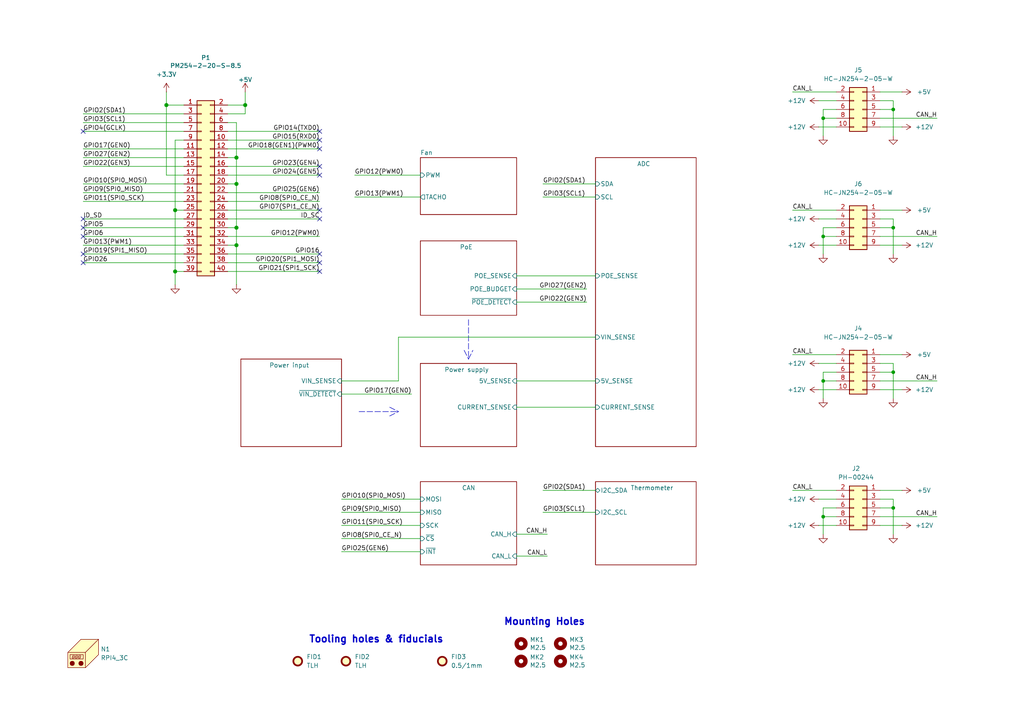
<source format=kicad_sch>
(kicad_sch (version 20231120) (generator "eeschema") (generator_version "8.0")
  (paper "A4")
  (title_block (title "Interface shield") (date "2024-06-04") (rev "${VERSION}") (company "TrendBit s.r.o.") (comment 1 "Designed by: Petr Malaník"))
  (lib_symbols
    (symbol "Connector_Generic:Conn_02x05_Odd_Even" (pin_names (offset 1.016) hide)
      (property "Reference" "J" (at 1.27 7.62 0))
      (property "Value" "Conn_02x05_Odd_Even" (at 1.27 -7.62 0))
      (symbol "Conn_02x05_Odd_Even_1_1"
        (rectangle (start -1.27 -4.953) (end 0 -5.207) (stroke (width 0.1524)))
        (rectangle (start -1.27 -2.413) (end 0 -2.667) (stroke (width 0.1524)))
        (rectangle (start -1.27 0.127) (end 0 -0.127) (stroke (width 0.1524)))
        (rectangle (start -1.27 2.667) (end 0 2.413) (stroke (width 0.1524)))
        (rectangle (start -1.27 5.207) (end 0 4.953) (stroke (width 0.1524)))
        (rectangle (start -1.27 6.35) (end 3.81 -6.35) (stroke (width 0.254)) (fill (type background)))
        (rectangle (start 3.81 -4.953) (end 2.54 -5.207) (stroke (width 0.1524)))
        (rectangle (start 3.81 -2.413) (end 2.54 -2.667) (stroke (width 0.1524)))
        (rectangle (start 3.81 0.127) (end 2.54 -0.127) (stroke (width 0.1524)))
        (rectangle (start 3.81 2.667) (end 2.54 2.413) (stroke (width 0.1524)))
        (rectangle (start 3.81 5.207) (end 2.54 4.953) (stroke (width 0.1524)))
        (pin passive line (at -5.08 5.08 0) (length 3.81) (name "Pin_1") (number "1"))
        (pin passive line (at 7.62 -5.08 180) (length 3.81) (name "Pin_10") (number "10"))
        (pin passive line (at 7.62 5.08 180) (length 3.81) (name "Pin_2") (number "2"))
        (pin passive line (at -5.08 2.54 0) (length 3.81) (name "Pin_3") (number "3"))
        (pin passive line (at 7.62 2.54 180) (length 3.81) (name "Pin_4") (number "4"))
        (pin passive line (at -5.08 0 0) (length 3.81) (name "Pin_5") (number "5"))
        (pin passive line (at 7.62 0 180) (length 3.81) (name "Pin_6") (number "6"))
        (pin passive line (at -5.08 -2.54 0) (length 3.81) (name "Pin_7") (number "7"))
        (pin passive line (at 7.62 -2.54 180) (length 3.81) (name "Pin_8") (number "8"))
        (pin passive line (at -5.08 -5.08 0) (length 3.81) (name "Pin_9") (number "9"))
      )
    )
    (symbol "Connector_Generic:Conn_02x20_Odd_Even" (pin_names (offset 1.016) hide)
      (property "Reference" "J" (at 1.27 25.4 0))
      (property "Value" "Conn_02x20_Odd_Even" (at 1.27 -27.94 0))
      (symbol "Conn_02x20_Odd_Even_1_1"
        (rectangle (start -1.27 -25.273) (end 0 -25.527) (stroke (width 0.1524)))
        (rectangle (start -1.27 -22.733) (end 0 -22.987) (stroke (width 0.1524)))
        (rectangle (start -1.27 -20.193) (end 0 -20.447) (stroke (width 0.1524)))
        (rectangle (start -1.27 -17.653) (end 0 -17.907) (stroke (width 0.1524)))
        (rectangle (start -1.27 -15.113) (end 0 -15.367) (stroke (width 0.1524)))
        (rectangle (start -1.27 -12.573) (end 0 -12.827) (stroke (width 0.1524)))
        (rectangle (start -1.27 -10.033) (end 0 -10.287) (stroke (width 0.1524)))
        (rectangle (start -1.27 -7.493) (end 0 -7.747) (stroke (width 0.1524)))
        (rectangle (start -1.27 -4.953) (end 0 -5.207) (stroke (width 0.1524)))
        (rectangle (start -1.27 -2.413) (end 0 -2.667) (stroke (width 0.1524)))
        (rectangle (start -1.27 0.127) (end 0 -0.127) (stroke (width 0.1524)))
        (rectangle (start -1.27 2.667) (end 0 2.413) (stroke (width 0.1524)))
        (rectangle (start -1.27 5.207) (end 0 4.953) (stroke (width 0.1524)))
        (rectangle (start -1.27 7.747) (end 0 7.493) (stroke (width 0.1524)))
        (rectangle (start -1.27 10.287) (end 0 10.033) (stroke (width 0.1524)))
        (rectangle (start -1.27 12.827) (end 0 12.573) (stroke (width 0.1524)))
        (rectangle (start -1.27 15.367) (end 0 15.113) (stroke (width 0.1524)))
        (rectangle (start -1.27 17.907) (end 0 17.653) (stroke (width 0.1524)))
        (rectangle (start -1.27 20.447) (end 0 20.193) (stroke (width 0.1524)))
        (rectangle (start -1.27 22.987) (end 0 22.733) (stroke (width 0.1524)))
        (rectangle (start -1.27 24.13) (end 3.81 -26.67) (stroke (width 0.254)) (fill (type background)))
        (rectangle (start 3.81 -25.273) (end 2.54 -25.527) (stroke (width 0.1524)))
        (rectangle (start 3.81 -22.733) (end 2.54 -22.987) (stroke (width 0.1524)))
        (rectangle (start 3.81 -20.193) (end 2.54 -20.447) (stroke (width 0.1524)))
        (rectangle (start 3.81 -17.653) (end 2.54 -17.907) (stroke (width 0.1524)))
        (rectangle (start 3.81 -15.113) (end 2.54 -15.367) (stroke (width 0.1524)))
        (rectangle (start 3.81 -12.573) (end 2.54 -12.827) (stroke (width 0.1524)))
        (rectangle (start 3.81 -10.033) (end 2.54 -10.287) (stroke (width 0.1524)))
        (rectangle (start 3.81 -7.493) (end 2.54 -7.747) (stroke (width 0.1524)))
        (rectangle (start 3.81 -4.953) (end 2.54 -5.207) (stroke (width 0.1524)))
        (rectangle (start 3.81 -2.413) (end 2.54 -2.667) (stroke (width 0.1524)))
        (rectangle (start 3.81 0.127) (end 2.54 -0.127) (stroke (width 0.1524)))
        (rectangle (start 3.81 2.667) (end 2.54 2.413) (stroke (width 0.1524)))
        (rectangle (start 3.81 5.207) (end 2.54 4.953) (stroke (width 0.1524)))
        (rectangle (start 3.81 7.747) (end 2.54 7.493) (stroke (width 0.1524)))
        (rectangle (start 3.81 10.287) (end 2.54 10.033) (stroke (width 0.1524)))
        (rectangle (start 3.81 12.827) (end 2.54 12.573) (stroke (width 0.1524)))
        (rectangle (start 3.81 15.367) (end 2.54 15.113) (stroke (width 0.1524)))
        (rectangle (start 3.81 17.907) (end 2.54 17.653) (stroke (width 0.1524)))
        (rectangle (start 3.81 20.447) (end 2.54 20.193) (stroke (width 0.1524)))
        (rectangle (start 3.81 22.987) (end 2.54 22.733) (stroke (width 0.1524)))
        (pin passive line (at -5.08 22.86 0) (length 3.81) (name "Pin_1") (number "1"))
        (pin passive line (at 7.62 12.7 180) (length 3.81) (name "Pin_10") (number "10"))
        (pin passive line (at -5.08 10.16 0) (length 3.81) (name "Pin_11") (number "11"))
        (pin passive line (at 7.62 10.16 180) (length 3.81) (name "Pin_12") (number "12"))
        (pin passive line (at -5.08 7.62 0) (length 3.81) (name "Pin_13") (number "13"))
        (pin passive line (at 7.62 7.62 180) (length 3.81) (name "Pin_14") (number "14"))
        (pin passive line (at -5.08 5.08 0) (length 3.81) (name "Pin_15") (number "15"))
        (pin passive line (at 7.62 5.08 180) (length 3.81) (name "Pin_16") (number "16"))
        (pin passive line (at -5.08 2.54 0) (length 3.81) (name "Pin_17") (number "17"))
        (pin passive line (at 7.62 2.54 180) (length 3.81) (name "Pin_18") (number "18"))
        (pin passive line (at -5.08 0 0) (length 3.81) (name "Pin_19") (number "19"))
        (pin passive line (at 7.62 22.86 180) (length 3.81) (name "Pin_2") (number "2"))
        (pin passive line (at 7.62 0 180) (length 3.81) (name "Pin_20") (number "20"))
        (pin passive line (at -5.08 -2.54 0) (length 3.81) (name "Pin_21") (number "21"))
        (pin passive line (at 7.62 -2.54 180) (length 3.81) (name "Pin_22") (number "22"))
        (pin passive line (at -5.08 -5.08 0) (length 3.81) (name "Pin_23") (number "23"))
        (pin passive line (at 7.62 -5.08 180) (length 3.81) (name "Pin_24") (number "24"))
        (pin passive line (at -5.08 -7.62 0) (length 3.81) (name "Pin_25") (number "25"))
        (pin passive line (at 7.62 -7.62 180) (length 3.81) (name "Pin_26") (number "26"))
        (pin passive line (at -5.08 -10.16 0) (length 3.81) (name "Pin_27") (number "27"))
        (pin passive line (at 7.62 -10.16 180) (length 3.81) (name "Pin_28") (number "28"))
        (pin passive line (at -5.08 -12.7 0) (length 3.81) (name "Pin_29") (number "29"))
        (pin passive line (at -5.08 20.32 0) (length 3.81) (name "Pin_3") (number "3"))
        (pin passive line (at 7.62 -12.7 180) (length 3.81) (name "Pin_30") (number "30"))
        (pin passive line (at -5.08 -15.24 0) (length 3.81) (name "Pin_31") (number "31"))
        (pin passive line (at 7.62 -15.24 180) (length 3.81) (name "Pin_32") (number "32"))
        (pin passive line (at -5.08 -17.78 0) (length 3.81) (name "Pin_33") (number "33"))
        (pin passive line (at 7.62 -17.78 180) (length 3.81) (name "Pin_34") (number "34"))
        (pin passive line (at -5.08 -20.32 0) (length 3.81) (name "Pin_35") (number "35"))
        (pin passive line (at 7.62 -20.32 180) (length 3.81) (name "Pin_36") (number "36"))
        (pin passive line (at -5.08 -22.86 0) (length 3.81) (name "Pin_37") (number "37"))
        (pin passive line (at 7.62 -22.86 180) (length 3.81) (name "Pin_38") (number "38"))
        (pin passive line (at -5.08 -25.4 0) (length 3.81) (name "Pin_39") (number "39"))
        (pin passive line (at 7.62 20.32 180) (length 3.81) (name "Pin_4") (number "4"))
        (pin passive line (at 7.62 -25.4 180) (length 3.81) (name "Pin_40") (number "40"))
        (pin passive line (at -5.08 17.78 0) (length 3.81) (name "Pin_5") (number "5"))
        (pin passive line (at 7.62 17.78 180) (length 3.81) (name "Pin_6") (number "6"))
        (pin passive line (at -5.08 15.24 0) (length 3.81) (name "Pin_7") (number "7"))
        (pin passive line (at 7.62 15.24 180) (length 3.81) (name "Pin_8") (number "8"))
        (pin passive line (at -5.08 12.7 0) (length 3.81) (name "Pin_9") (number "9"))
      )
    )
    (symbol "Mechanical:Fiducial"
      (property "Reference" "FID" (at 0 5.08 0))
      (property "Value" "Fiducial" (at 0 3.175 0))
      (symbol "Fiducial_0_1"
        (circle (center 0 0) (radius 1.27) (stroke (width 0.508)) (fill (type background)))
      )
    )
    (symbol "Mechanical:Housing" (pin_names (offset 1.016)) (exclude_from_sim yes)
      (property "Reference" "N" (at 3.81 0 0))
      (property "Value" "Housing" (at 3.81 -1.905 0))
      (symbol "Housing_0_1"
        (rectangle (start -5.08 -0.635) (end -1.27 -1.905))
        (circle (center -4.445 -3.175) (radius 0.635) (fill (type outline)))
        (circle (center -1.905 -3.175) (radius 0.635) (fill (type outline)))
        (polyline (pts (xy -4.5212 -1.5748) (xy -4.4704 -1.3716)))
        (polyline (pts (xy -4.4196 -1.6764) (xy -4.064 -1.6764)))
        (polyline (pts (xy -4.4196 -1.2192) (xy -4.3688 -0.9652)))
        (polyline (pts (xy -4.318 -1.3208) (xy -4.0132 -1.3208)))
        (polyline (pts (xy -4.2164 -0.9144) (xy -3.9116 -0.9144)))
        (polyline (pts (xy -3.9116 -1.6256) (xy -3.8608 -1.3716)))
        (polyline (pts (xy -3.81 -1.2192) (xy -3.7592 -0.9652)))
        (polyline (pts (xy -3.6068 -1.5748) (xy -3.556 -1.3716)))
        (polyline (pts (xy -3.5052 -1.6764) (xy -3.1496 -1.6764)))
        (polyline (pts (xy -3.5052 -1.2192) (xy -3.4544 -0.9652)))
        (polyline (pts (xy -3.4036 -1.3208) (xy -3.0988 -1.3208)))
        (polyline (pts (xy -3.302 -0.9144) (xy -2.9972 -0.9144)))
        (polyline (pts (xy -2.9972 -1.6256) (xy -2.9464 -1.3716)))
        (polyline (pts (xy -2.8956 -1.2192) (xy -2.8448 -0.9652)))
        (polyline (pts (xy -2.6924 -1.5748) (xy -2.6416 -1.3716)))
        (polyline (pts (xy -2.5908 -1.6764) (xy -2.2352 -1.6764)))
        (polyline (pts (xy -2.5908 -1.2192) (xy -2.54 -0.9652)))
        (polyline (pts (xy -2.4892 -1.3208) (xy -2.1844 -1.3208)))
        (polyline (pts (xy -2.3876 -0.9144) (xy -2.0828 -0.9144)))
        (polyline (pts (xy -2.0828 -1.6256) (xy -2.032 -1.3716)))
        (polyline (pts (xy -1.9812 -1.2192) (xy -1.9304 -0.9652)))
        (polyline (pts (xy -0.635 0) (xy -0.635 -4.445)))
        (polyline (pts (xy -5.715 0) (xy -0.635 0) (xy 3.175 3.81)))
        (polyline (pts (xy -5.715 0) (xy -5.715 -4.445) (xy -0.635 -4.445) (xy 3.175 -0.635) (xy 3.175 3.81) (xy -1.905 3.81) (xy -5.715 0)) (fill (type background)))
      )
    )
    (symbol "Mechanical:MountingHole" (pin_names (offset 1.016))
      (property "Reference" "H" (at 0 5.08 0))
      (property "Value" "MountingHole" (at 0 3.175 0))
      (symbol "MountingHole_0_1"
        (circle (center 0 0) (radius 1.27) (stroke (width 1.27)))
      )
    )
    (symbol "power:+12V" (power) (pin_numbers hide) (pin_names (offset 0) hide)
      (property "Value" "+12V" (at 0 3.556 0))
      (symbol "+12V_0_1"
        (polyline (pts (xy -0.762 1.27) (xy 0 2.54)))
        (polyline (pts (xy 0 0) (xy 0 2.54)))
        (polyline (pts (xy 0 2.54) (xy 0.762 1.27)))
      )
      (symbol "+12V_1_1"
        (pin power_in line (at 0 0 90) (length 0) (name "~") (number "1"))
      )
    )
    (symbol "power:+3.3V" (power) (pin_numbers hide) (pin_names (offset 0) hide)
      (property "Value" "+3.3V" (at 0 3.556 0))
      (symbol "+3.3V_0_1"
        (polyline (pts (xy -0.762 1.27) (xy 0 2.54)))
        (polyline (pts (xy 0 0) (xy 0 2.54)))
        (polyline (pts (xy 0 2.54) (xy 0.762 1.27)))
      )
      (symbol "+3.3V_1_1"
        (pin power_in line (at 0 0 90) (length 0) (name "~") (number "1"))
      )
    )
    (symbol "power:+5V" (power) (pin_numbers hide) (pin_names (offset 0) hide)
      (property "Value" "+5V" (at 0 3.556 0))
      (symbol "+5V_0_1"
        (polyline (pts (xy -0.762 1.27) (xy 0 2.54)))
        (polyline (pts (xy 0 0) (xy 0 2.54)))
        (polyline (pts (xy 0 2.54) (xy 0.762 1.27)))
      )
      (symbol "+5V_1_1"
        (pin power_in line (at 0 0 90) (length 0) (name "~") (number "1"))
      )
    )
    (symbol "power:GND" (power) (pin_numbers hide) (pin_names (offset 0) hide)
      (property "Value" "GND" (at 0 -3.81 0))
      (symbol "GND_0_1"
        (polyline (pts (xy 0 0) (xy 0 -1.27) (xy 1.27 -1.27) (xy 0 -2.54) (xy -1.27 -1.27) (xy 0 -1.27)))
      )
      (symbol "GND_1_1"
        (pin power_in line (at 0 0 270) (length 0) (name "~") (number "1"))
      )
    )
  )
  (junction (at 50.8 60.96) (diameter 1.016))
  (junction (at 48.26 30.48) (diameter 1.016))
  (junction (at 259.08 147.32))
  (junction (at 238.76 149.86))
  (junction (at 50.8 78.74) (diameter 1.016))
  (junction (at 238.76 68.58))
  (junction (at 259.08 107.95))
  (junction (at 238.76 110.49))
  (junction (at 259.08 31.75))
  (junction (at 68.58 71.12) (diameter 1.016))
  (junction (at 68.58 53.34) (diameter 1.016))
  (junction (at 68.58 45.72) (diameter 1.016))
  (junction (at 68.58 66.04) (diameter 1.016))
  (junction (at 71.12 30.48) (diameter 1.016))
  (junction (at 238.76 34.29))
  (junction (at 259.08 66.04))
  (no_connect (at 92.71 48.26))
  (no_connect (at 24.13 73.66))
  (no_connect (at 92.71 76.2))
  (no_connect (at 24.13 63.5))
  (no_connect (at 92.71 38.1))
  (no_connect (at 92.71 73.66))
  (no_connect (at 92.71 43.18))
  (no_connect (at 24.13 38.1))
  (no_connect (at 24.13 76.2))
  (no_connect (at 92.71 50.8))
  (no_connect (at 92.71 60.96))
  (no_connect (at 92.71 63.5))
  (no_connect (at 24.13 68.58))
  (no_connect (at 92.71 78.74))
  (no_connect (at 24.13 66.04))
  (no_connect (at 92.71 40.64))
  (wire (pts (xy 115.57 97.79) (xy 115.57 110.49)))
  (wire (pts (xy 50.8 78.74) (xy 53.34 78.74)))
  (wire (pts (xy 68.58 53.34) (xy 66.04 53.34)))
  (wire (pts (xy 66.04 63.5) (xy 92.71 63.5)))
  (wire (pts (xy 68.58 35.56) (xy 66.04 35.56)))
  (wire (pts (xy 261.62 113.03) (xy 255.27 113.03)))
  (wire (pts (xy 255.27 63.5) (xy 259.08 63.5)))
  (wire (pts (xy 48.26 50.8) (xy 53.34 50.8)))
  (wire (pts (xy 157.48 57.15) (xy 172.72 57.15)))
  (wire (pts (xy 50.8 60.96) (xy 50.8 78.74)))
  (wire (pts (xy 66.04 40.64) (xy 92.71 40.64)))
  (wire (pts (xy 99.06 156.21) (xy 121.92 156.21)))
  (wire (pts (xy 238.76 149.86) (xy 238.76 154.94)))
  (wire (pts (xy 71.12 33.02) (xy 66.04 33.02)))
  (wire (pts (xy 242.57 147.32) (xy 238.76 147.32)))
  (wire (pts (xy 259.08 105.41) (xy 259.08 107.95)))
  (wire (pts (xy 157.48 53.34) (xy 172.72 53.34)))
  (wire (pts (xy 149.86 118.11) (xy 172.72 118.11)))
  (wire (pts (xy 238.76 34.29) (xy 238.76 39.37)))
  (wire (pts (xy 255.27 26.67) (xy 261.62 26.67)))
  (wire (pts (xy 24.13 35.56) (xy 53.34 35.56)))
  (wire (pts (xy 50.8 40.64) (xy 50.8 60.96)))
  (wire (pts (xy 68.58 71.12) (xy 66.04 71.12)))
  (wire (pts (xy 102.87 57.15) (xy 121.92 57.15)))
  (wire (pts (xy 255.27 142.24) (xy 261.62 142.24)))
  (wire (pts (xy 24.13 66.04) (xy 53.34 66.04)))
  (wire (pts (xy 238.76 107.95) (xy 238.76 110.49)))
  (wire (pts (xy 24.13 55.88) (xy 53.34 55.88)))
  (wire (pts (xy 259.08 29.21) (xy 259.08 31.75)))
  (wire (pts (xy 242.57 102.87) (xy 229.87 102.87)))
  (wire (pts (xy 238.76 149.86) (xy 242.57 149.86)))
  (wire (pts (xy 149.86 87.63) (xy 170.18 87.63)))
  (wire (pts (xy 66.04 58.42) (xy 92.71 58.42)))
  (wire (pts (xy 238.76 34.29) (xy 242.57 34.29)))
  (wire (pts (xy 237.49 152.4) (xy 242.57 152.4)))
  (polyline (pts (xy 135.89 104.14) (xy 137.16 101.6)) (stroke (width 0) (type dash)))
  (wire (pts (xy 242.57 107.95) (xy 238.76 107.95)))
  (wire (pts (xy 66.04 38.1) (xy 92.71 38.1)))
  (wire (pts (xy 68.58 35.56) (xy 68.58 45.72)))
  (wire (pts (xy 242.57 142.24) (xy 229.87 142.24)))
  (wire (pts (xy 261.62 36.83) (xy 255.27 36.83)))
  (wire (pts (xy 172.72 97.79) (xy 115.57 97.79)))
  (polyline (pts (xy 113.03 118.11) (xy 115.57 119.38)) (stroke (width 0) (type dash)))
  (wire (pts (xy 259.08 107.95) (xy 259.08 115.57)))
  (wire (pts (xy 237.49 113.03) (xy 242.57 113.03)))
  (polyline (pts (xy 104.14 119.38) (xy 115.57 119.38)) (stroke (width 0) (type dash)))
  (wire (pts (xy 238.76 68.58) (xy 242.57 68.58)))
  (wire (pts (xy 255.27 102.87) (xy 261.62 102.87)))
  (wire (pts (xy 149.86 80.01) (xy 172.72 80.01)))
  (wire (pts (xy 102.87 50.8) (xy 121.92 50.8)))
  (wire (pts (xy 259.08 144.78) (xy 259.08 147.32)))
  (wire (pts (xy 255.27 29.21) (xy 259.08 29.21)))
  (wire (pts (xy 259.08 147.32) (xy 259.08 154.94)))
  (wire (pts (xy 255.27 107.95) (xy 259.08 107.95)))
  (wire (pts (xy 255.27 34.29) (xy 271.78 34.29)))
  (wire (pts (xy 24.13 58.42) (xy 53.34 58.42)))
  (wire (pts (xy 66.04 78.74) (xy 92.71 78.74)))
  (wire (pts (xy 68.58 66.04) (xy 66.04 66.04)))
  (wire (pts (xy 238.76 66.04) (xy 238.76 68.58)))
  (wire (pts (xy 158.75 154.94) (xy 149.86 154.94)))
  (wire (pts (xy 255.27 60.96) (xy 261.62 60.96)))
  (wire (pts (xy 238.76 110.49) (xy 242.57 110.49)))
  (wire (pts (xy 68.58 45.72) (xy 68.58 53.34)))
  (wire (pts (xy 238.76 31.75) (xy 238.76 34.29)))
  (wire (pts (xy 259.08 63.5) (xy 259.08 66.04)))
  (wire (pts (xy 242.57 66.04) (xy 238.76 66.04)))
  (wire (pts (xy 237.49 36.83) (xy 242.57 36.83)))
  (wire (pts (xy 238.76 147.32) (xy 238.76 149.86)))
  (wire (pts (xy 68.58 71.12) (xy 68.58 82.55)))
  (wire (pts (xy 68.58 53.34) (xy 68.58 66.04)))
  (wire (pts (xy 149.86 161.29) (xy 158.75 161.29)))
  (wire (pts (xy 24.13 76.2) (xy 53.34 76.2)))
  (wire (pts (xy 115.57 110.49) (xy 99.06 110.49)))
  (wire (pts (xy 53.34 43.18) (xy 24.13 43.18)))
  (wire (pts (xy 66.04 48.26) (xy 92.71 48.26)))
  (wire (pts (xy 255.27 31.75) (xy 259.08 31.75)))
  (polyline (pts (xy 134.62 101.6) (xy 135.89 104.14)) (stroke (width 0) (type dash)))
  (wire (pts (xy 255.27 66.04) (xy 259.08 66.04)))
  (wire (pts (xy 50.8 78.74) (xy 50.8 82.55)))
  (wire (pts (xy 99.06 144.78) (xy 121.92 144.78)))
  (wire (pts (xy 237.49 71.12) (xy 242.57 71.12)))
  (wire (pts (xy 238.76 68.58) (xy 238.76 73.66)))
  (wire (pts (xy 259.08 31.75) (xy 259.08 39.37)))
  (wire (pts (xy 24.13 68.58) (xy 53.34 68.58)))
  (polyline (pts (xy 113.03 120.65) (xy 115.57 119.38)) (stroke (width 0) (type dash)))
  (wire (pts (xy 255.27 147.32) (xy 259.08 147.32)))
  (polyline (pts (xy 135.89 92.71) (xy 135.89 104.14)) (stroke (width 0) (type dash)))
  (wire (pts (xy 71.12 26.67) (xy 71.12 30.48)))
  (wire (pts (xy 24.13 48.26) (xy 53.34 48.26)))
  (wire (pts (xy 237.49 29.21) (xy 242.57 29.21)))
  (wire (pts (xy 99.06 114.3) (xy 119.38 114.3)))
  (wire (pts (xy 71.12 30.48) (xy 71.12 33.02)))
  (wire (pts (xy 24.13 38.1) (xy 53.34 38.1)))
  (wire (pts (xy 242.57 60.96) (xy 229.87 60.96)))
  (wire (pts (xy 50.8 60.96) (xy 53.34 60.96)))
  (wire (pts (xy 255.27 149.86) (xy 271.78 149.86)))
  (wire (pts (xy 68.58 45.72) (xy 66.04 45.72)))
  (wire (pts (xy 238.76 110.49) (xy 238.76 115.57)))
  (wire (pts (xy 255.27 144.78) (xy 259.08 144.78)))
  (wire (pts (xy 66.04 68.58) (xy 92.71 68.58)))
  (wire (pts (xy 99.06 160.02) (xy 121.92 160.02)))
  (wire (pts (xy 24.13 45.72) (xy 53.34 45.72)))
  (wire (pts (xy 255.27 68.58) (xy 271.78 68.58)))
  (wire (pts (xy 53.34 33.02) (xy 24.13 33.02)))
  (wire (pts (xy 99.06 152.4) (xy 121.92 152.4)))
  (wire (pts (xy 157.48 148.59) (xy 172.72 148.59)))
  (wire (pts (xy 237.49 105.41) (xy 242.57 105.41)))
  (wire (pts (xy 24.13 73.66) (xy 53.34 73.66)))
  (wire (pts (xy 24.13 63.5) (xy 53.34 63.5)))
  (wire (pts (xy 66.04 73.66) (xy 92.71 73.66)))
  (wire (pts (xy 53.34 53.34) (xy 24.13 53.34)))
  (wire (pts (xy 68.58 66.04) (xy 68.58 71.12)))
  (wire (pts (xy 71.12 30.48) (xy 66.04 30.48)))
  (wire (pts (xy 48.26 30.48) (xy 53.34 30.48)))
  (wire (pts (xy 261.62 71.12) (xy 255.27 71.12)))
  (wire (pts (xy 237.49 63.5) (xy 242.57 63.5)))
  (wire (pts (xy 53.34 71.12) (xy 24.13 71.12)))
  (wire (pts (xy 259.08 66.04) (xy 259.08 73.66)))
  (wire (pts (xy 242.57 31.75) (xy 238.76 31.75)))
  (wire (pts (xy 237.49 144.78) (xy 242.57 144.78)))
  (wire (pts (xy 255.27 105.41) (xy 259.08 105.41)))
  (wire (pts (xy 255.27 110.49) (xy 271.78 110.49)))
  (wire (pts (xy 261.62 152.4) (xy 255.27 152.4)))
  (wire (pts (xy 66.04 76.2) (xy 92.71 76.2)))
  (wire (pts (xy 66.04 43.18) (xy 92.71 43.18)))
  (wire (pts (xy 99.06 148.59) (xy 121.92 148.59)))
  (wire (pts (xy 66.04 55.88) (xy 92.71 55.88)))
  (wire (pts (xy 50.8 40.64) (xy 53.34 40.64)))
  (wire (pts (xy 66.04 50.8) (xy 92.71 50.8)))
  (wire (pts (xy 48.26 30.48) (xy 48.26 50.8)))
  (wire (pts (xy 66.04 60.96) (xy 92.71 60.96)))
  (wire (pts (xy 149.86 110.49) (xy 172.72 110.49)))
  (wire (pts (xy 149.86 83.82) (xy 170.18 83.82)))
  (wire (pts (xy 157.48 142.24) (xy 172.72 142.24)))
  (wire (pts (xy 48.26 26.67) (xy 48.26 30.48)))
  (wire (pts (xy 242.57 26.67) (xy 229.87 26.67)))
  (text "Mounting Holes" (at 146.05 181.61 0) (effects (font (size 2 2) (bold yes)) (justify left bottom)))
  (text "Tooling holes & fiducials" (at 89.535 186.69 0) (effects (font (size 2 2) (bold yes)) (justify left bottom)))
  (label "GPIO17(GEN0)" (at 119.38 114.3 180))
  (label "GPIO14(TXD0)" (at 92.71 38.1 180))
  (label "GPIO10(SPI0_MOSI)" (at 99.06 144.78 0))
  (label "GPIO12(PWM0)" (at 102.87 50.8 0))
  (label "GPIO3(SCL1)" (at 157.48 148.59 0))
  (label "GPIO23(GEN4)" (at 92.71 48.26 180))
  (label "GPIO15(RXD0)" (at 92.71 40.64 180))
  (label "GPIO22(GEN3)" (at 24.13 48.26 0))
  (label "GPIO2(SDA1)" (at 24.13 33.02 0))
  (label "GPIO16" (at 92.71 73.66 180))
  (label "GPIO11(SPI0_SCK)" (at 24.13 58.42 0))
  (label "GPIO2(SDA1)" (at 157.48 142.24 0))
  (label "GPIO26" (at 24.13 76.2 0))
  (label "CAN_L" (at 229.87 26.67 0))
  (label "GPIO27(GEN2)" (at 24.13 45.72 0))
  (label "ID_SD" (at 24.13 63.5 0))
  (label "GPIO9(SPI0_MISO)" (at 99.06 148.59 0))
  (label "CAN_L" (at 229.87 102.87 0))
  (label "GPIO8(SPI0_CE_N)" (at 92.71 58.42 180))
  (label "GPIO22(GEN3)" (at 170.18 87.63 180))
  (label "GPIO2(SDA1)" (at 157.48 53.34 0))
  (label "GPIO8(SPI0_CE_N)" (at 99.06 156.21 0))
  (label "GPIO11(SPI0_SCK)" (at 99.06 152.4 0))
  (label "CAN_L" (at 229.87 60.96 0))
  (label "CAN_H" (at 271.78 110.49 180))
  (label "GPIO5" (at 24.13 66.04 0))
  (label "GPIO19(SPI1_MISO)" (at 24.13 73.66 0))
  (label "GPIO25(GEN6)" (at 99.06 160.02 0))
  (label "CAN_H" (at 271.78 68.58 180))
  (label "GPIO24(GEN5)" (at 92.71 50.8 180))
  (label "GPIO3(SCL1)" (at 157.48 57.15 0))
  (label "CAN_H" (at 271.78 34.29 180))
  (label "GPIO6" (at 24.13 68.58 0))
  (label "GPIO10(SPI0_MOSI)" (at 24.13 53.34 0))
  (label "GPIO27(GEN2)" (at 170.18 83.82 180))
  (label "GPIO4(GCLK)" (at 24.13 38.1 0))
  (label "GPIO25(GEN6)" (at 92.71 55.88 180))
  (label "CAN_H" (at 271.78 149.86 180))
  (label "GPIO13(PWM1)" (at 102.87 57.15 0))
  (label "CAN_L" (at 229.87 142.24 0))
  (label "CAN_L" (at 158.75 161.29 180))
  (label "GPIO7(SPI1_CE_N)" (at 92.71 60.96 180))
  (label "CAN_H" (at 158.75 154.94 180))
  (label "GPIO21(SPI1_SCK)" (at 92.71 78.74 180))
  (label "GPIO17(GEN0)" (at 24.13 43.18 0))
  (label "GPIO3(SCL1)" (at 24.13 35.56 0))
  (label "ID_SC" (at 92.71 63.5 180))
  (label "GPIO12(PWM0)" (at 92.71 68.58 180))
  (label "GPIO9(SPI0_MISO)" (at 24.13 55.88 0))
  (label "GPIO20(SPI1_MOSI)" (at 92.71 76.2 180))
  (label "GPIO13(PWM1)" (at 24.13 71.12 0))
  (label "GPIO18(GEN1)(PWM0)" (at 92.71 43.18 180))
  (symbol (lib_id "Mechanical:Fiducial") (at 86.36 191.77 0) (unit 1) (in_bom no)
    (property "Reference" "FID1" (at 88.9 190.4999 0) (effects (justify left)))
    (property "Value" "TLH" (at 88.9 193.0399 0) (effects (justify left)))
    (property "Footprint" "TCY_mechanical:ToolingHole_JLCPCB" (effects (hide yes)))
    (property "Description" "JLCPCB Tooling hole" (effects (hide yes)))
  )
  (symbol (lib_id "power:GND") (at 68.58 82.55 0) (unit 1)
    (property "Reference" "#PWR076" (effects (hide yes)))
    (property "Value" "GND" (effects (hide yes)))
    (property "Description" "Power symbol creates a global label with name \"GND\" , ground" (effects (hide yes)))
  )
  (symbol (lib_id "power:GND") (at 238.76 39.37 0) (unit 1)
    (property "Reference" "#PWR0102" (effects (hide yes)))
    (property "Value" "GND" (effects (hide yes)))
    (property "Description" "Power symbol creates a global label with name \"GND\" , ground" (effects (hide yes)))
  )
  (symbol (lib_id "power:+12V") (at 237.49 36.83 90) (unit 1)
    (property "Reference" "#PWR0103" (effects (hide yes)))
    (property "Value" "+12V" (at 233.68 36.8299 90) (effects (justify left)))
    (property "Description" "Power symbol creates a global label with name \"+12V\"" (effects (hide yes)))
  )
  (symbol (lib_id "power:GND") (at 259.08 154.94 0) (unit 1)
    (property "Reference" "#PWR084" (effects (hide yes)))
    (property "Value" "GND" (effects (hide yes)))
    (property "Description" "Power symbol creates a global label with name \"GND\" , ground" (effects (hide yes)))
  )
  (symbol (lib_id "power:+12V") (at 261.62 71.12 270) (unit 1)
    (property "Reference" "#PWR092" (effects (hide yes)))
    (property "Value" "+12V" (at 265.43 71.1201 90) (effects (justify left)))
    (property "Description" "Power symbol creates a global label with name \"+12V\"" (effects (hide yes)))
  )
  (symbol (lib_id "power:GND") (at 259.08 39.37 0) (unit 1)
    (property "Reference" "#PWR096" (effects (hide yes)))
    (property "Value" "GND" (effects (hide yes)))
    (property "Description" "Power symbol creates a global label with name \"GND\" , ground" (effects (hide yes)))
  )
  (symbol (lib_id "power:+5V") (at 261.62 142.24 270) (unit 1)
    (property "Reference" "#PWR085" (effects (hide yes)))
    (property "Value" "+5V" (at 267.97 142.24 90))
  )
  (symbol (lib_id "Mechanical:Fiducial") (at 128.27 191.77 0) (unit 1) (in_bom no)
    (property "Reference" "FID3" (at 130.81 190.4999 0) (effects (justify left)))
    (property "Value" "0.5/1mm" (at 130.81 193.0399 0) (effects (justify left)))
    (property "Footprint" "Fiducial:Fiducial_1mm_Mask2mm" (effects (hide yes)))
    (property "Description" "JLCPCB Tooling hole" (effects (hide yes)))
  )
  (symbol (lib_id "power:+12V") (at 237.49 152.4 90) (unit 1)
    (property "Reference" "#PWR036" (effects (hide yes)))
    (property "Value" "+12V" (at 233.68 152.3999 90) (effects (justify left)))
    (property "Description" "Power symbol creates a global label with name \"+12V\"" (effects (hide yes)))
  )
  (symbol (lib_id "power:GND") (at 259.08 73.66 0) (unit 1)
    (property "Reference" "#PWR090" (effects (hide yes)))
    (property "Value" "GND" (effects (hide yes)))
    (property "Description" "Power symbol creates a global label with name \"GND\" , ground" (effects (hide yes)))
  )
  (symbol (lib_id "Mechanical:MountingHole") (at 162.56 186.69 0) (unit 1) (in_bom no)
    (property "Reference" "MK3" (at 165.1 185.5216 0) (effects (justify left)))
    (property "Value" "M2.5" (at 165.1 187.833 0) (effects (justify left)))
    (property "Footprint" "MountingHole:MountingHole_2.7mm_M2.5_DIN965" (effects (hide yes)))
  )
  (symbol (lib_id "power:+5V") (at 261.62 26.67 270) (unit 1)
    (property "Reference" "#PWR098" (effects (hide yes)))
    (property "Value" "+5V" (at 267.97 26.67 90))
  )
  (symbol (lib_id "power:GND") (at 238.76 115.57 0) (unit 1)
    (property "Reference" "#PWR080" (effects (hide yes)))
    (property "Value" "GND" (effects (hide yes)))
    (property "Description" "Power symbol creates a global label with name \"GND\" , ground" (effects (hide yes)))
  )
  (symbol (lib_id "power:GND") (at 238.76 73.66 0) (unit 1)
    (property "Reference" "#PWR089" (effects (hide yes)))
    (property "Value" "GND" (effects (hide yes)))
    (property "Description" "Power symbol creates a global label with name \"GND\" , ground" (effects (hide yes)))
  )
  (symbol (lib_id "power:+12V") (at 237.49 71.12 90) (unit 1)
    (property "Reference" "#PWR088" (effects (hide yes)))
    (property "Value" "+12V" (at 233.68 71.1199 90) (effects (justify left)))
    (property "Description" "Power symbol creates a global label with name \"+12V\"" (effects (hide yes)))
  )
  (symbol (lib_id "power:+12V") (at 237.49 105.41 90) (unit 1)
    (property "Reference" "#PWR078" (effects (hide yes)))
    (property "Value" "+12V" (at 233.68 105.4099 90) (effects (justify left)))
    (property "Description" "Power symbol creates a global label with name \"+12V\"" (effects (hide yes)))
  )
  (symbol (lib_id "power:+5V") (at 261.62 102.87 270) (unit 1)
    (property "Reference" "#PWR082" (effects (hide yes)))
    (property "Value" "+5V" (at 267.97 102.87 90))
  )
  (symbol (lib_id "Mechanical:MountingHole") (at 151.13 191.77 0) (unit 1) (in_bom no)
    (property "Reference" "MK2" (at 153.67 190.6016 0) (effects (justify left)))
    (property "Value" "M2.5" (at 153.67 192.913 0) (effects (justify left)))
    (property "Footprint" "MountingHole:MountingHole_2.7mm_M2.5_DIN965" (effects (hide yes)))
  )
  (symbol (lib_id "power:+12V") (at 261.62 152.4 270) (unit 1)
    (property "Reference" "#PWR086" (effects (hide yes)))
    (property "Value" "+12V" (at 265.43 152.4001 90) (effects (justify left)))
    (property "Description" "Power symbol creates a global label with name \"+12V\"" (effects (hide yes)))
  )
  (symbol (lib_id "Connector_Generic:Conn_02x05_Odd_Even") (at 250.19 107.95 0) (mirror y) (unit 1)
    (property "Reference" "J4" (at 248.92 95.25 0))
    (property "Value" "HC-JN254-2-05-W" (at 248.92 97.79 0))
    (property "Footprint" "Connector_IDC:IDC-Header_2x05_P2.54mm_Horizontal" (effects (hide yes)))
    (property "Description" "Generic connector, double row, 02x05, odd/even pin numbering scheme (row 1 odd numbers, row 2 even numbers), script generated (kicad-library-utils/schlib/autogen/connector/)" (effects (hide yes)))
    (property "JLCPCB" "C5372873" (effects (hide yes)))
    (property "MPN" "HC-JN254-2-05-W " (effects (hide yes)))
    (property "LCSC" "C5372873" (effects (hide yes)))
  )
  (symbol (lib_id "power:+5V") (at 261.62 60.96 270) (unit 1)
    (property "Reference" "#PWR091" (effects (hide yes)))
    (property "Value" "+5V" (at 267.97 60.96 90))
  )
  (symbol (lib_id "power:+12V") (at 237.49 144.78 90) (unit 1)
    (property "Reference" "#PWR035" (effects (hide yes)))
    (property "Value" "+12V" (at 233.68 144.7799 90) (effects (justify left)))
    (property "Description" "Power symbol creates a global label with name \"+12V\"" (effects (hide yes)))
  )
  (symbol (lib_id "power:+12V") (at 261.62 113.03 270) (unit 1)
    (property "Reference" "#PWR083" (effects (hide yes)))
    (property "Value" "+12V" (at 265.43 113.0301 90) (effects (justify left)))
    (property "Description" "Power symbol creates a global label with name \"+12V\"" (effects (hide yes)))
  )
  (symbol (lib_id "Connector_Generic:Conn_02x05_Odd_Even") (at 250.19 147.32 0) (mirror y) (unit 1)
    (property "Reference" "J2" (at 248.285 135.89 0))
    (property "Value" "PH-00244" (at 248.285 138.43 0))
    (property "Footprint" "Connector_PinHeader_2.54mm:PinHeader_2x05_P2.54mm_Vertical" (effects (hide yes)))
    (property "Description" "Generic connector, double row, 02x05, odd/even pin numbering scheme (row 1 odd numbers, row 2 even numbers), script generated (kicad-library-utils/schlib/autogen/connector/)" (effects (hide yes)))
    (property "JLCPCB" "C2829881" (effects (hide yes)))
    (property "MPN" "PH-00244" (effects (hide yes)))
    (property "LCSC" "C2829881" (effects (hide yes)))
  )
  (symbol (lib_id "power:+12V") (at 237.49 63.5 90) (unit 1)
    (property "Reference" "#PWR087" (effects (hide yes)))
    (property "Value" "+12V" (at 233.68 63.4999 90) (effects (justify left)))
    (property "Description" "Power symbol creates a global label with name \"+12V\"" (effects (hide yes)))
  )
  (symbol (lib_id "Mechanical:Housing") (at 25.4 189.23 0) (unit 1) (in_bom no)
    (property "Reference" "N1" (at 29.21 188.2775 0) (effects (justify left)))
    (property "Value" "RPI4_3C" (at 29.21 190.8175 0) (effects (justify left)))
    (property "Footprint" "TCY_modules:RPi_4" (effects (hide yes)))
    (property "Description" "Housing" (effects (hide yes)))
  )
  (symbol (lib_id "power:+12V") (at 237.49 113.03 90) (unit 1)
    (property "Reference" "#PWR079" (effects (hide yes)))
    (property "Value" "+12V" (at 233.68 113.0299 90) (effects (justify left)))
    (property "Description" "Power symbol creates a global label with name \"+12V\"" (effects (hide yes)))
  )
  (symbol (lib_id "Connector_Generic:Conn_02x05_Odd_Even") (at 250.19 31.75 0) (mirror y) (unit 1)
    (property "Reference" "J5" (at 248.92 20.32 0))
    (property "Value" "HC-JN254-2-05-W" (at 248.92 22.86 0))
    (property "Footprint" "Connector_IDC:IDC-Header_2x05_P2.54mm_Horizontal" (effects (hide yes)))
    (property "Description" "Generic connector, double row, 02x05, odd/even pin numbering scheme (row 1 odd numbers, row 2 even numbers), script generated (kicad-library-utils/schlib/autogen/connector/)" (effects (hide yes)))
    (property "JLCPCB" "C5372873" (effects (hide yes)))
    (property "MPN" "HC-JN254-2-05-W " (effects (hide yes)))
    (property "LCSC" "C5372873" (effects (hide yes)))
  )
  (symbol (lib_id "power:GND") (at 238.76 154.94 0) (unit 1)
    (property "Reference" "#PWR047" (effects (hide yes)))
    (property "Value" "GND" (effects (hide yes)))
    (property "Description" "Power symbol creates a global label with name \"GND\" , ground" (effects (hide yes)))
  )
  (symbol (lib_id "power:+12V") (at 237.49 29.21 90) (unit 1)
    (property "Reference" "#PWR093" (effects (hide yes)))
    (property "Value" "+12V" (at 233.68 29.2099 90) (effects (justify left)))
    (property "Description" "Power symbol creates a global label with name \"+12V\"" (effects (hide yes)))
  )
  (symbol (lib_id "Connector_Generic:Conn_02x05_Odd_Even") (at 250.19 66.04 0) (mirror y) (unit 1)
    (property "Reference" "J6" (at 248.92 53.34 0))
    (property "Value" "HC-JN254-2-05-W" (at 248.92 55.88 0))
    (property "Footprint" "Connector_IDC:IDC-Header_2x05_P2.54mm_Horizontal" (effects (hide yes)))
    (property "Description" "Generic connector, double row, 02x05, odd/even pin numbering scheme (row 1 odd numbers, row 2 even numbers), script generated (kicad-library-utils/schlib/autogen/connector/)" (effects (hide yes)))
    (property "JLCPCB" "C5372873" (effects (hide yes)))
    (property "MPN" "HC-JN254-2-05-W " (effects (hide yes)))
    (property "LCSC" "C5372873" (effects (hide yes)))
  )
  (symbol (lib_id "power:+3.3V") (at 48.26 26.67 0) (unit 1)
    (property "Reference" "#PWR0118" (effects (hide yes)))
    (property "Value" "+3.3V" (at 48.26 21.59 0))
    (property "Description" "Power symbol creates a global label with name \"+3.3V\"" (effects (hide yes)))
  )
  (symbol (lib_id "Mechanical:MountingHole") (at 162.56 191.77 0) (unit 1) (in_bom no)
    (property "Reference" "MK4" (at 165.1 190.6016 0) (effects (justify left)))
    (property "Value" "M2.5" (at 165.1 192.913 0) (effects (justify left)))
    (property "Footprint" "MountingHole:MountingHole_2.7mm_M2.5_DIN965" (effects (hide yes)))
  )
  (symbol (lib_id "Mechanical:Fiducial") (at 100.33 191.77 0) (unit 1) (in_bom no)
    (property "Reference" "FID2" (at 102.87 190.4999 0) (effects (justify left)))
    (property "Value" "TLH" (at 102.87 193.0399 0) (effects (justify left)))
    (property "Footprint" "TCY_mechanical:ToolingHole_JLCPCB" (effects (hide yes)))
    (property "Description" "JLCPCB Tooling hole" (effects (hide yes)))
  )
  (symbol (lib_id "Mechanical:MountingHole") (at 151.13 186.69 0) (unit 1) (in_bom no)
    (property "Reference" "MK1" (at 153.67 185.5216 0) (effects (justify left)))
    (property "Value" "M2.5" (at 153.67 187.833 0) (effects (justify left)))
    (property "Footprint" "MountingHole:MountingHole_2.7mm_M2.5_DIN965" (effects (hide yes)))
  )
  (symbol (lib_id "power:GND") (at 50.8 82.55 0) (unit 1)
    (property "Reference" "#PWR075" (effects (hide yes)))
    (property "Value" "GND" (effects (hide yes)))
    (property "Description" "Power symbol creates a global label with name \"GND\" , ground" (effects (hide yes)))
  )
  (symbol (lib_id "Connector_Generic:Conn_02x20_Odd_Even") (at 58.42 53.34 0) (unit 1)
    (property "Reference" "P1" (at 59.69 16.7386 0))
    (property "Value" "PM254-2-20-S-8.5" (at 59.69 19.05 0))
    (property "Footprint" "Connector_PinSocket_2.54mm:PinSocket_2x20_P2.54mm_Vertical_SMD" (effects (hide yes)))
    (property "JLCPCB" "C3975165" (effects (hide yes)))
    (property "MPN" "PM254-2-20-S-8.5" (effects (hide yes)))
    (property "LCSC" "C3975165" (effects (hide yes)))
  )
  (symbol (lib_id "power:+12V") (at 261.62 36.83 270) (unit 1)
    (property "Reference" "#PWR094" (effects (hide yes)))
    (property "Value" "+12V" (at 265.43 36.8301 90) (effects (justify left)))
    (property "Description" "Power symbol creates a global label with name \"+12V\"" (effects (hide yes)))
  )
  (symbol (lib_id "power:GND") (at 259.08 115.57 0) (unit 1)
    (property "Reference" "#PWR081" (effects (hide yes)))
    (property "Value" "GND" (effects (hide yes)))
    (property "Description" "Power symbol creates a global label with name \"GND\" , ground" (effects (hide yes)))
  )
  (symbol (lib_id "power:+5V") (at 71.12 26.67 0) (unit 1)
    (property "Reference" "#PWR077" (effects (hide yes)))
    (property "Value" "+5V" (at 71.12 23.114 0))
  )
  (sheet (at 121.92 45.72) (size 27.94 16.51) (stroke (width 0.1524))
    (property "Sheetname" "Fan" (at 121.92 45.0084 0) (effects (justify left bottom)))
    (property "Sheetfile" "Fan.kicad_sch" (effects (hide yes)))
    (pin "PWM" input (at 121.92 50.8 180))
    (pin "TACHO" output (at 121.92 57.15 180))
  )
  (sheet (at 121.92 139.7) (size 27.94 24.13) (stroke (width 0.1524))
    (property "Sheetname" "CAN" (at 133.985 142.24 0) (effects (justify left bottom)))
    (property "Sheetfile" "CAN.kicad_sch" (effects (hide yes)))
    (pin "SCK" input (at 121.92 152.4 180))
    (pin "MOSI" input (at 121.92 144.78 180))
    (pin "~{CS}" input (at 121.92 156.21 180))
    (pin "MISO" input (at 121.92 148.59 180))
    (pin "~{INT}" input (at 121.92 160.02 180))
    (pin "CAN_L" input (at 149.86 161.29 0))
    (pin "CAN_H" input (at 149.86 154.94 0))
  )
  (sheet (at 69.85 104.14) (size 29.21 25.4) (stroke (width 0.1524))
    (property "Sheetname" "Power input" (at 78.105 106.68 0) (effects (justify left bottom)))
    (property "Sheetfile" "Power_input.kicad_sch" (effects (hide yes)))
    (pin "VIN_SENSE" input (at 99.06 110.49 0))
    (pin "~{VIN_DETECT}" input (at 99.06 114.3 0))
  )
  (sheet (at 121.92 69.85) (size 27.94 21.59) (stroke (width 0.1524))
    (property "Sheetname" "PoE" (at 133.35 72.39 0) (effects (justify left bottom)))
    (property "Sheetfile" "PoE.kicad_sch" (effects (hide yes)))
    (pin "POE_SENSE" input (at 149.86 80.01 0))
    (pin "POE_BUDGET" input (at 149.86 83.82 0))
    (pin "~{POE_DETECT}" input (at 149.86 87.63 0))
  )
  (sheet (at 121.92 105.41) (size 27.94 24.13) (stroke (width 0.1524))
    (property "Sheetname" "Power supply" (at 128.905 107.95 0) (effects (justify left bottom)))
    (property "Sheetfile" "Power_supply.kicad_sch" (effects (hide yes)))
    (pin "5V_SENSE" input (at 149.86 110.49 0))
    (pin "CURRENT_SENSE" input (at 149.86 118.11 0))
  )
  (sheet (at 172.72 139.7) (size 29.21 24.13) (stroke (width 0.1524))
    (property "Sheetname" "Thermometer" (at 182.88 142.24 0) (effects (font (thickness 0.1588)) (justify left bottom)))
    (property "Sheetfile" "Thermometer_#3.kicad_sch" (effects (hide yes)))
    (pin "I2C_SDA" tri_state (at 172.72 142.24 180))
    (pin "I2C_SCL" input (at 172.72 148.59 180))
  )
  (sheet (at 172.72 45.72) (size 29.21 83.82) (stroke (width 0.1524))
    (property "Sheetname" "ADC" (at 184.785 48.26 0) (effects (justify left bottom)))
    (property "Sheetfile" "ADC.kicad_sch" (effects (hide yes)))
    (pin "SDA" input (at 172.72 53.34 180))
    (pin "SCL" input (at 172.72 57.15 180))
    (pin "VIN_SENSE" input (at 172.72 97.79 180))
    (pin "CURRENT_SENSE" input (at 172.72 118.11 180))
    (pin "5V_SENSE" input (at 172.72 110.49 180))
    (pin "POE_SENSE" input (at 172.72 80.01 180))
  )
)
</source>
